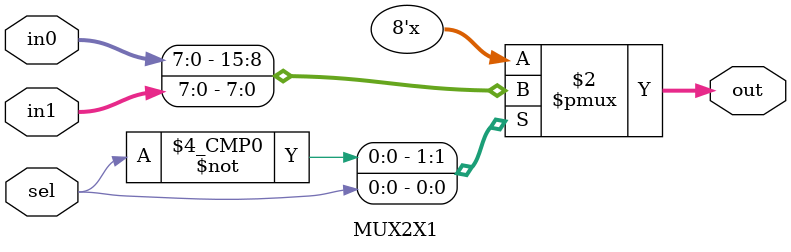
<source format=v>
module MUX2X1 #(parameter size = 8)(in0,in1,sel,out);
input wire [size-1:0] in0,in1;
input wire sel;
output reg [size-1:0] out;


always @(*)
	begin
		case(sel)
			0:out=in0;
			1:out=in1;
		endcase
	end

endmodule

</source>
